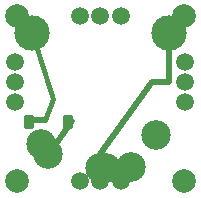
<source format=gbr>
%TF.GenerationSoftware,KiCad,Pcbnew,7.0.2*%
%TF.CreationDate,2023-05-08T22:42:50+02:00*%
%TF.ProjectId,verasity_PCB,76657261-7369-4747-995f-5043422e6b69,rev?*%
%TF.SameCoordinates,Original*%
%TF.FileFunction,Copper,L2,Bot*%
%TF.FilePolarity,Positive*%
%FSLAX46Y46*%
G04 Gerber Fmt 4.6, Leading zero omitted, Abs format (unit mm)*
G04 Created by KiCad (PCBNEW 7.0.2) date 2023-05-08 22:42:50*
%MOMM*%
%LPD*%
G01*
G04 APERTURE LIST*
G04 Aperture macros list*
%AMRoundRect*
0 Rectangle with rounded corners*
0 $1 Rounding radius*
0 $2 $3 $4 $5 $6 $7 $8 $9 X,Y pos of 4 corners*
0 Add a 4 corners polygon primitive as box body*
4,1,4,$2,$3,$4,$5,$6,$7,$8,$9,$2,$3,0*
0 Add four circle primitives for the rounded corners*
1,1,$1+$1,$2,$3*
1,1,$1+$1,$4,$5*
1,1,$1+$1,$6,$7*
1,1,$1+$1,$8,$9*
0 Add four rect primitives between the rounded corners*
20,1,$1+$1,$2,$3,$4,$5,0*
20,1,$1+$1,$4,$5,$6,$7,0*
20,1,$1+$1,$6,$7,$8,$9,0*
20,1,$1+$1,$8,$9,$2,$3,0*%
G04 Aperture macros list end*
%TA.AperFunction,EtchedComponent*%
%ADD10C,0.500000*%
%TD*%
%TA.AperFunction,EtchedComponent*%
%ADD11C,0.400000*%
%TD*%
%TA.AperFunction,ComponentPad*%
%ADD12C,1.500000*%
%TD*%
%TA.AperFunction,ComponentPad*%
%ADD13C,2.000000*%
%TD*%
%TA.AperFunction,SMDPad,CuDef*%
%ADD14RoundRect,0.225000X-0.225000X-0.375000X0.225000X-0.375000X0.225000X0.375000X-0.225000X0.375000X0*%
%TD*%
%TA.AperFunction,ComponentPad*%
%ADD15C,3.000000*%
%TD*%
%TA.AperFunction,ComponentPad*%
%ADD16C,2.500000*%
%TD*%
G04 APERTURE END LIST*
D10*
%TO.C,REF\u002A\u002A*%
X66445000Y-91970000D02*
X65070000Y-91970000D01*
D11*
X66445000Y-91970000D02*
X67095000Y-90170000D01*
X67095000Y-90170000D02*
X65320000Y-84620000D01*
D10*
X68670000Y-92020000D02*
X67370000Y-93970000D01*
X75520000Y-88770000D02*
X71120000Y-94820000D01*
X76920000Y-84620000D02*
X76920000Y-88770000D01*
X76920000Y-88770000D02*
X75520000Y-88770000D01*
%TD*%
D12*
%TO.P,REF\u002A\u002A,*%
%TO.N,*%
X63920000Y-90420000D03*
D13*
X64020000Y-97170000D03*
D14*
X65070000Y-92170000D03*
D15*
X65320000Y-84620000D03*
D16*
X66120000Y-93970000D03*
X66720000Y-94870000D03*
D14*
X68370000Y-92170000D03*
D12*
X69420000Y-83170000D03*
X69420000Y-97170000D03*
X71120000Y-83170000D03*
D16*
X71120000Y-96070000D03*
D12*
X71120000Y-97170000D03*
D16*
X71620000Y-96070000D03*
D12*
X72820000Y-83170000D03*
X72820000Y-97170000D03*
D16*
X73720000Y-95920000D03*
X75820000Y-93270000D03*
D15*
X76920000Y-84620000D03*
D13*
X78220000Y-97170000D03*
D12*
X78320000Y-90420000D03*
D13*
%TO.P,REF\u002A\u002A,1*%
%TO.N,N/C*%
X64020000Y-83170000D03*
%TO.P,REF\u002A\u002A,2*%
X78220000Y-83170000D03*
D12*
%TO.P,REF\u002A\u002A,3*%
X78320000Y-87020000D03*
%TO.P,REF\u002A\u002A,4*%
X63920000Y-87020000D03*
%TO.P,REF\u002A\u002A,5*%
X63920000Y-88720000D03*
%TO.P,REF\u002A\u002A,6*%
X78320000Y-88720000D03*
%TD*%
M02*

</source>
